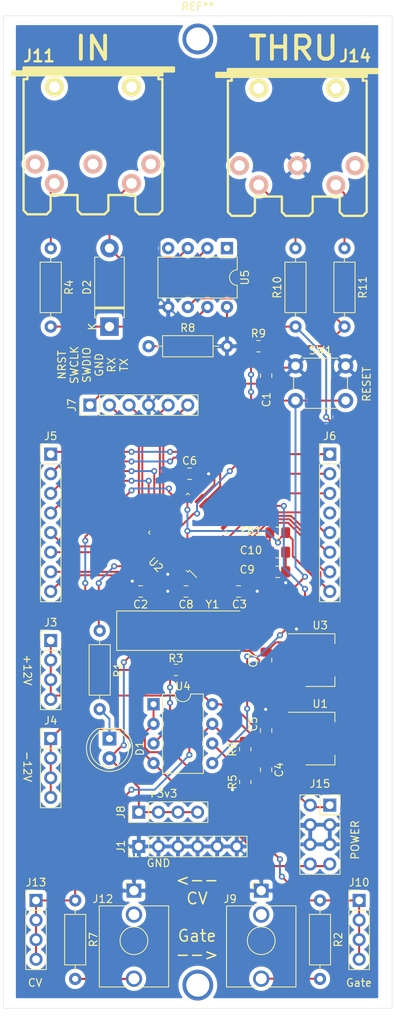
<source format=kicad_pcb>
(kicad_pcb (version 20171130) (host pcbnew 5.1.8-5.1.8)
  (layers (0 F.Cu signal) (31 B.Cu signal) (34 B.Paste user) (35 F.Paste user) (36 B.SilkS user) (37 F.SilkS user) (38 B.Mask user) (39 F.Mask user) (44 Edge.Cuts user))
  (net 0 "")
  (net 1 GND)
  (net 2 /NRST)
  (net 3 "Net-(C2-Pad1)")
  (net 4 "Net-(C3-Pad1)")
  (net 5 +12V)
  (net 6 +5V)
  (net 7 +3V3)
  (net 8 /VDDA)
  (net 9 "Net-(D1-Pad1)")
  (net 10 "Net-(D2-Pad1)")
  (net 11 "Net-(D2-Pad2)")
  (net 12 -12V)
  (net 13 /PB0)
  (net 14 /PB1)
  (net 15 /PA11)
  (net 16 /PA12)
  (net 17 /PA15)
  (net 18 /PB3)
  (net 19 /PB6)
  (net 20 /PB7)
  (net 21 "Net-(J6-Pad8)")
  (net 22 "Net-(J6-Pad7)")
  (net 23 "Net-(J6-Pad6)")
  (net 24 "Net-(J6-Pad5)")
  (net 25 "Net-(J6-Pad4)")
  (net 26 "Net-(J6-Pad3)")
  (net 27 "Net-(J6-Pad2)")
  (net 28 "Net-(J6-Pad1)")
  (net 29 "Net-(J7-Pad2)")
  (net 30 "Net-(J7-Pad3)")
  (net 31 /UART1_TX)
  (net 32 /UART1_RX)
  (net 33 "Net-(J9-PadT)")
  (net 34 "Net-(J10-Pad1)")
  (net 35 "Net-(J11-Pad1)")
  (net 36 "Net-(J11-Pad2)")
  (net 37 "Net-(J11-Pad4)")
  (net 38 "Net-(J11-Pad3)")
  (net 39 "Net-(J12-PadT)")
  (net 40 "Net-(J13-Pad1)")
  (net 41 "Net-(J14-Pad3)")
  (net 42 "Net-(J14-Pad4)")
  (net 43 "Net-(J14-Pad1)")
  (net 44 "Net-(J14-Pad5)")
  (net 45 "Net-(R1-Pad1)")
  (net 46 /GATE)
  (net 47 "Net-(R5-Pad2)")
  (net 48 "Net-(R8-Pad1)")
  (net 49 /UART2_RX)
  (net 50 /DAC)
  (net 51 "Net-(U5-Pad1)")
  (net 52 "Net-(U5-Pad4)")
  (module MountingHole:MountingHole_3.2mm_M3_Pad (layer F.Cu) (at 115.6 28.8)
    (fp_text reference REF** (at 0 -4.2) (layer F.SilkS))
    (fp_text value MountingHole_3.2mm_M3_Pad)
    (pad 1 thru_hole circle (at 0 0) (size 4 4) (drill 3) (layers *.Cu *.Mask))
  )
  (module MountingHole:MountingHole_3.2mm_M3_Pad (layer F.Cu) (at 115.6 151.3)
    (fp_text reference REF** hide)
    (fp_text value MountingHole_3.2mm_M3_Pad)
    (pad 1 thru_hole circle (at 0 0) (size 4 4) (drill 3) (layers *.Cu *.Mask))
  )
  (module Capacitor_SMD:C_0805_2012Metric_Pad1.18x1.45mm_HandSolder (layer F.Cu) (at 124.46 72.39 90)
    (fp_text reference C1 (at -3.11 0.04 90) (layer F.SilkS))
    (fp_text value 100n)
    (pad 2 smd roundrect (at 1.0375 0 90) (size 1.175 1.45) (layers F.Cu F.Paste F.Mask) (roundrect_rratio 0.212766) (net 1 GND))
    (pad 1 smd roundrect (at -1.0375 0 90) (size 1.175 1.45) (layers F.Cu F.Paste F.Mask) (roundrect_rratio 0.212766) (net 2 /NRST))
  )
  (module Capacitor_SMD:C_0805_2012Metric_Pad1.18x1.45mm_HandSolder (layer F.Cu) (at 108.1825 100.33 180)
    (fp_text reference C2 (at 0 -1.68) (layer F.SilkS))
    (fp_text value 20p)
    (pad 1 smd roundrect (at -1.0375 0 180) (size 1.175 1.45) (layers F.Cu F.Paste F.Mask) (roundrect_rratio 0.212766) (net 3 "Net-(C2-Pad1)"))
    (pad 2 smd roundrect (at 1.0375 0 180) (size 1.175 1.45) (layers F.Cu F.Paste F.Mask) (roundrect_rratio 0.212766) (net 1 GND))
  )
  (module Capacitor_SMD:C_0805_2012Metric_Pad1.18x1.45mm_HandSolder (layer F.Cu) (at 120.8825 100.33)
    (fp_text reference C3 (at 0.1175 1.67) (layer F.SilkS))
    (fp_text value 20p)
    (pad 2 smd roundrect (at 1.0375 0) (size 1.175 1.45) (layers F.Cu F.Paste F.Mask) (roundrect_rratio 0.212766) (net 1 GND))
    (pad 1 smd roundrect (at -1.0375 0) (size 1.175 1.45) (layers F.Cu F.Paste F.Mask) (roundrect_rratio 0.212766) (net 4 "Net-(C3-Pad1)"))
  )
  (module Capacitor_SMD:C_0805_2012Metric_Pad1.18x1.45mm_HandSolder (layer F.Cu) (at 124.46 123.4225 270)
    (fp_text reference C4 (at 0 -1.68 90) (layer F.SilkS))
    (fp_text value 0.33u)
    (pad 1 smd roundrect (at -1.0375 0 270) (size 1.175 1.45) (layers F.Cu F.Paste F.Mask) (roundrect_rratio 0.212766) (net 5 +12V))
    (pad 2 smd roundrect (at 1.0375 0 270) (size 1.175 1.45) (layers F.Cu F.Paste F.Mask) (roundrect_rratio 0.212766) (net 1 GND))
  )
  (module Capacitor_SMD:C_0805_2012Metric_Pad1.18x1.45mm_HandSolder (layer F.Cu) (at 124.46 118.3425 90)
    (fp_text reference C5 (at 0.8425 -1.68 90) (layer F.SilkS))
    (fp_text value 0.1u)
    (pad 2 smd roundrect (at 1.0375 0 90) (size 1.175 1.45) (layers F.Cu F.Paste F.Mask) (roundrect_rratio 0.212766) (net 1 GND))
    (pad 1 smd roundrect (at -1.0375 0 90) (size 1.175 1.45) (layers F.Cu F.Paste F.Mask) (roundrect_rratio 0.212766) (net 6 +5V))
  )
  (module Capacitor_SMD:C_0805_2012Metric_Pad1.18x1.45mm_HandSolder (layer F.Cu) (at 114.5325 85.09)
    (fp_text reference C6 (at 0 -1.68) (layer F.SilkS))
    (fp_text value 100n)
    (pad 1 smd roundrect (at -1.0375 0) (size 1.175 1.45) (layers F.Cu F.Paste F.Mask) (roundrect_rratio 0.212766) (net 7 +3V3))
    (pad 2 smd roundrect (at 1.0375 0) (size 1.175 1.45) (layers F.Cu F.Paste F.Mask) (roundrect_rratio 0.212766) (net 1 GND))
  )
  (module Capacitor_SMD:C_0805_2012Metric_Pad1.18x1.45mm_HandSolder (layer F.Cu) (at 124.46 109.22 90)
    (fp_text reference C7 (at 0 -1.68 90) (layer F.SilkS))
    (fp_text value 0.1u)
    (pad 1 smd roundrect (at -1.0375 0 90) (size 1.175 1.45) (layers F.Cu F.Paste F.Mask) (roundrect_rratio 0.212766) (net 7 +3V3))
    (pad 2 smd roundrect (at 1.0375 0 90) (size 1.175 1.45) (layers F.Cu F.Paste F.Mask) (roundrect_rratio 0.212766) (net 1 GND))
  )
  (module Capacitor_SMD:C_0805_2012Metric_Pad1.18x1.45mm_HandSolder (layer F.Cu) (at 114.0675 100.33 180)
    (fp_text reference C8 (at 0 -1.68) (layer F.SilkS))
    (fp_text value 100n)
    (pad 2 smd roundrect (at 1.0375 0 180) (size 1.175 1.45) (layers F.Cu F.Paste F.Mask) (roundrect_rratio 0.212766) (net 1 GND))
    (pad 1 smd roundrect (at -1.0375 0 180) (size 1.175 1.45) (layers F.Cu F.Paste F.Mask) (roundrect_rratio 0.212766) (net 7 +3V3))
  )
  (module Capacitor_SMD:C_0805_2012Metric_Pad1.18x1.45mm_HandSolder (layer F.Cu) (at 125.9625 97.79)
    (fp_text reference C9 (at -3.9625 -0.29) (layer F.SilkS))
    (fp_text value 10n)
    (pad 1 smd roundrect (at -1.0375 0) (size 1.175 1.45) (layers F.Cu F.Paste F.Mask) (roundrect_rratio 0.212766) (net 8 /VDDA))
    (pad 2 smd roundrect (at 1.0375 0) (size 1.175 1.45) (layers F.Cu F.Paste F.Mask) (roundrect_rratio 0.212766) (net 1 GND))
  )
  (module Capacitor_SMD:C_0805_2012Metric_Pad1.18x1.45mm_HandSolder (layer F.Cu) (at 125.9625 95.25)
    (fp_text reference C10 (at -3.4625 -0.25) (layer F.SilkS))
    (fp_text value 1u)
    (pad 2 smd roundrect (at 1.0375 0) (size 1.175 1.45) (layers F.Cu F.Paste F.Mask) (roundrect_rratio 0.212766) (net 1 GND))
    (pad 1 smd roundrect (at -1.0375 0) (size 1.175 1.45) (layers F.Cu F.Paste F.Mask) (roundrect_rratio 0.212766) (net 8 /VDDA))
  )
  (module LED_THT:LED_D5.0mm (layer F.Cu) (at 104.14 119.38 270)
    (fp_text reference D1 (at 1.27 -3.96 90) (layer F.SilkS))
    (fp_text value LED)
    (pad 1 thru_hole rect (at 0 0 270) (size 1.8 1.8) (drill 0.9) (layers *.Cu *.Mask) (net 9 "Net-(D1-Pad1)"))
    (pad 2 thru_hole circle (at 2.54 0 270) (size 1.8 1.8) (drill 0.9) (layers *.Cu *.Mask) (net 7 +3V3))
  )
  (module Diode_THT:D_DO-15_P10.16mm_Horizontal (layer F.Cu) (at 104.14 66.04 90)
    (fp_text reference D2 (at 5.08 -2.92 90) (layer F.SilkS))
    (fp_text value D)
    (fp_text user K (at 0 -2.2 90) (layer F.SilkS))
    (pad 1 thru_hole rect (at 0 0 90) (size 2.4 2.4) (drill 1.2) (layers *.Cu *.Mask) (net 10 "Net-(D2-Pad1)"))
    (pad 2 thru_hole oval (at 10.16 0 90) (size 2.4 2.4) (drill 1.2) (layers *.Cu *.Mask) (net 11 "Net-(D2-Pad2)"))
  )
  (module Inductor_SMD:L_0805_2012Metric_Pad1.15x1.40mm_HandSolder (layer F.Cu) (at 125.975 92.71)
    (fp_text reference FB1 (at -3.475 -0.21) (layer F.SilkS))
    (fp_text value Ferrite_Bead_Small)
    (pad 1 smd roundrect (at -1.025 0) (size 1.15 1.4) (layers F.Cu F.Paste F.Mask) (roundrect_rratio 0.217391) (net 8 /VDDA))
    (pad 2 smd roundrect (at 1.025 0) (size 1.15 1.4) (layers F.Cu F.Paste F.Mask) (roundrect_rratio 0.217391) (net 7 +3V3))
  )
  (module Connector_PinHeader_2.54mm:PinHeader_1x06_P2.54mm_Vertical (layer F.Cu) (at 107.95 133.35 90)
    (fp_text reference J1 (at 0 -2.33 90) (layer F.SilkS))
    (fp_text value Conn_01x06)
    (pad 6 thru_hole oval (at 0 12.7 90) (size 1.7 1.7) (drill 1) (layers *.Cu *.Mask) (net 1 GND))
    (pad 5 thru_hole oval (at 0 10.16 90) (size 1.7 1.7) (drill 1) (layers *.Cu *.Mask) (net 1 GND))
    (pad 4 thru_hole oval (at 0 7.62 90) (size 1.7 1.7) (drill 1) (layers *.Cu *.Mask) (net 1 GND))
    (pad 3 thru_hole oval (at 0 5.08 90) (size 1.7 1.7) (drill 1) (layers *.Cu *.Mask) (net 1 GND))
    (pad 2 thru_hole oval (at 0 2.54 90) (size 1.7 1.7) (drill 1) (layers *.Cu *.Mask) (net 1 GND))
    (pad 1 thru_hole rect (at 0 0 90) (size 1.7 1.7) (drill 1) (layers *.Cu *.Mask) (net 1 GND))
  )
  (module Connector_PinHeader_2.54mm:PinHeader_1x04_P2.54mm_Vertical (layer F.Cu) (at 96.52 106.68)
    (fp_text reference J3 (at 0 -2.33) (layer F.SilkS))
    (fp_text value Conn_01x04)
    (pad 1 thru_hole rect (at 0 0) (size 1.7 1.7) (drill 1) (layers *.Cu *.Mask) (net 5 +12V))
    (pad 2 thru_hole oval (at 0 2.54) (size 1.7 1.7) (drill 1) (layers *.Cu *.Mask) (net 5 +12V))
    (pad 3 thru_hole oval (at 0 5.08) (size 1.7 1.7) (drill 1) (layers *.Cu *.Mask) (net 5 +12V))
    (pad 4 thru_hole oval (at 0 7.62) (size 1.7 1.7) (drill 1) (layers *.Cu *.Mask) (net 5 +12V))
  )
  (module Connector_PinHeader_2.54mm:PinHeader_1x04_P2.54mm_Vertical (layer F.Cu) (at 96.52 119.38)
    (fp_text reference J4 (at 0 -2.33) (layer F.SilkS))
    (fp_text value Conn_01x04)
    (pad 4 thru_hole oval (at 0 7.62) (size 1.7 1.7) (drill 1) (layers *.Cu *.Mask) (net 12 -12V))
    (pad 3 thru_hole oval (at 0 5.08) (size 1.7 1.7) (drill 1) (layers *.Cu *.Mask) (net 12 -12V))
    (pad 2 thru_hole oval (at 0 2.54) (size 1.7 1.7) (drill 1) (layers *.Cu *.Mask) (net 12 -12V))
    (pad 1 thru_hole rect (at 0 0) (size 1.7 1.7) (drill 1) (layers *.Cu *.Mask) (net 12 -12V))
  )
  (module Connector_PinHeader_2.54mm:PinHeader_1x08_P2.54mm_Vertical (layer F.Cu) (at 96.52 82.55)
    (fp_text reference J5 (at 0 -2.33) (layer F.SilkS))
    (fp_text value Conn_01x08)
    (pad 1 thru_hole rect (at 0 0) (size 1.7 1.7) (drill 1) (layers *.Cu *.Mask) (net 13 /PB0))
    (pad 2 thru_hole oval (at 0 2.54) (size 1.7 1.7) (drill 1) (layers *.Cu *.Mask) (net 14 /PB1))
    (pad 3 thru_hole oval (at 0 5.08) (size 1.7 1.7) (drill 1) (layers *.Cu *.Mask) (net 15 /PA11))
    (pad 4 thru_hole oval (at 0 7.62) (size 1.7 1.7) (drill 1) (layers *.Cu *.Mask) (net 16 /PA12))
    (pad 5 thru_hole oval (at 0 10.16) (size 1.7 1.7) (drill 1) (layers *.Cu *.Mask) (net 17 /PA15))
    (pad 6 thru_hole oval (at 0 12.7) (size 1.7 1.7) (drill 1) (layers *.Cu *.Mask) (net 18 /PB3))
    (pad 7 thru_hole oval (at 0 15.24) (size 1.7 1.7) (drill 1) (layers *.Cu *.Mask) (net 19 /PB6))
    (pad 8 thru_hole oval (at 0 17.78) (size 1.7 1.7) (drill 1) (layers *.Cu *.Mask) (net 20 /PB7))
  )
  (module Connector_PinHeader_2.54mm:PinHeader_1x08_P2.54mm_Vertical (layer F.Cu) (at 132.715 82.55)
    (fp_text reference J6 (at 0 -2.33) (layer F.SilkS))
    (fp_text value Conn_01x08)
    (pad 8 thru_hole oval (at 0 17.78) (size 1.7 1.7) (drill 1) (layers *.Cu *.Mask) (net 21 "Net-(J6-Pad8)"))
    (pad 7 thru_hole oval (at 0 15.24) (size 1.7 1.7) (drill 1) (layers *.Cu *.Mask) (net 22 "Net-(J6-Pad7)"))
    (pad 6 thru_hole oval (at 0 12.7) (size 1.7 1.7) (drill 1) (layers *.Cu *.Mask) (net 23 "Net-(J6-Pad6)"))
    (pad 5 thru_hole oval (at 0 10.16) (size 1.7 1.7) (drill 1) (layers *.Cu *.Mask) (net 24 "Net-(J6-Pad5)"))
    (pad 4 thru_hole oval (at 0 7.62) (size 1.7 1.7) (drill 1) (layers *.Cu *.Mask) (net 25 "Net-(J6-Pad4)"))
    (pad 3 thru_hole oval (at 0 5.08) (size 1.7 1.7) (drill 1) (layers *.Cu *.Mask) (net 26 "Net-(J6-Pad3)"))
    (pad 2 thru_hole oval (at 0 2.54) (size 1.7 1.7) (drill 1) (layers *.Cu *.Mask) (net 27 "Net-(J6-Pad2)"))
    (pad 1 thru_hole rect (at 0 0) (size 1.7 1.7) (drill 1) (layers *.Cu *.Mask) (net 28 "Net-(J6-Pad1)"))
  )
  (module Connector_PinHeader_2.54mm:PinHeader_1x06_P2.54mm_Vertical (layer F.Cu) (at 101.6 76.2 90)
    (fp_text reference J7 (at 0 -2.33 90) (layer F.SilkS))
    (fp_text value Conn_01x06)
    (pad 1 thru_hole rect (at 0 0 90) (size 1.7 1.7) (drill 1) (layers *.Cu *.Mask) (net 2 /NRST))
    (pad 2 thru_hole oval (at 0 2.54 90) (size 1.7 1.7) (drill 1) (layers *.Cu *.Mask) (net 29 "Net-(J7-Pad2)"))
    (pad 3 thru_hole oval (at 0 5.08 90) (size 1.7 1.7) (drill 1) (layers *.Cu *.Mask) (net 30 "Net-(J7-Pad3)"))
    (pad 4 thru_hole oval (at 0 7.62 90) (size 1.7 1.7) (drill 1) (layers *.Cu *.Mask) (net 1 GND))
    (pad 5 thru_hole oval (at 0 10.16 90) (size 1.7 1.7) (drill 1) (layers *.Cu *.Mask) (net 32 /UART1_RX))
    (pad 6 thru_hole oval (at 0 12.7 90) (size 1.7 1.7) (drill 1) (layers *.Cu *.Mask) (net 31 /UART1_TX))
  )
  (module Connector_PinHeader_2.54mm:PinHeader_1x04_P2.54mm_Vertical (layer F.Cu) (at 107.95 128.905 90)
    (fp_text reference J8 (at 0 -2.33 90) (layer F.SilkS))
    (fp_text value Conn_01x04)
    (pad 1 thru_hole rect (at 0 0 90) (size 1.7 1.7) (drill 1) (layers *.Cu *.Mask) (net 7 +3V3))
    (pad 2 thru_hole oval (at 0 2.54 90) (size 1.7 1.7) (drill 1) (layers *.Cu *.Mask) (net 7 +3V3))
    (pad 3 thru_hole oval (at 0 5.08 90) (size 1.7 1.7) (drill 1) (layers *.Cu *.Mask) (net 7 +3V3))
    (pad 4 thru_hole oval (at 0 7.62 90) (size 1.7 1.7) (drill 1) (layers *.Cu *.Mask) (net 7 +3V3))
  )
  (module Connector_Audio:Jack_3.5mm_QingPu_WQP-PJ398SM_Vertical_CircularHoles (layer F.Cu) (at 123.825 139.065)
    (fp_text reference J9 (at -4.03 1.08 180) (layer F.SilkS))
    (fp_text value AudioJack2)
    (pad T thru_hole circle (at 0 11.4 180) (size 2.13 2.13) (drill 1.43) (layers *.Cu *.Mask) (net 33 "Net-(J9-PadT)"))
    (pad S thru_hole rect (at 0 0 180) (size 1.93 1.83) (drill 1.22) (layers *.Cu *.Mask) (net 1 GND))
    (pad TN thru_hole circle (at 0 3.1 180) (size 2.13 2.13) (drill 1.42) (layers *.Cu *.Mask))
  )
  (module Connector_PinHeader_2.54mm:PinHeader_1x04_P2.54mm_Vertical (layer F.Cu) (at 136.525 140.335)
    (fp_text reference J10 (at 0 -2.33) (layer F.SilkS))
    (fp_text value Conn_01x04)
    (pad 4 thru_hole oval (at 0 7.62) (size 1.7 1.7) (drill 1) (layers *.Cu *.Mask) (net 34 "Net-(J10-Pad1)"))
    (pad 3 thru_hole oval (at 0 5.08) (size 1.7 1.7) (drill 1) (layers *.Cu *.Mask) (net 34 "Net-(J10-Pad1)"))
    (pad 2 thru_hole oval (at 0 2.54) (size 1.7 1.7) (drill 1) (layers *.Cu *.Mask) (net 34 "Net-(J10-Pad1)"))
    (pad 1 thru_hole rect (at 0 0) (size 1.7 1.7) (drill 1) (layers *.Cu *.Mask) (net 34 "Net-(J10-Pad1)"))
  )
  (module Eurocad:MIDI_DIN5 (layer F.Cu) (at 102 42 180)
    (fp_text reference J11 (at 7 11.00074) (layer F.SilkS) (effects (font (size 1.524 1.524) (thickness 0.3048))))
    (fp_text value DIN-5_180degree hide)
    (pad "" np_thru_hole circle (at -5.00126 6.9977 180) (size 2.49936 2.49936) (drill 1.397) (layers *.Cu *.Mask F.SilkS))
    (pad "" np_thru_hole circle (at 5.00126 6.9977 180) (size 2.49936 2.49936) (drill 1.397) (layers *.Cu *.Mask F.SilkS))
    (pad 5 thru_hole circle (at -4.99618 -5.4991 180) (size 2.49936 2.49936) (drill 1.397) (layers *.Cu *.SilkS *.Mask) (net 11 "Net-(D2-Pad2)"))
    (pad 1 thru_hole circle (at 7.49808 -2.9972 180) (size 2.49936 2.49936) (drill 1.397) (layers *.Cu *.SilkS *.Mask) (net 35 "Net-(J11-Pad1)"))
    (pad 2 thru_hole circle (at 0 -2.99974 180) (size 2.49936 2.49936) (drill 1.397) (layers *.Cu *.SilkS *.Mask) (net 36 "Net-(J11-Pad2)"))
    (pad 4 thru_hole circle (at 4.99618 -5.4991 180) (size 2.49936 2.49936) (drill 1.397) (layers *.Cu *.SilkS *.Mask) (net 37 "Net-(J11-Pad4)"))
    (pad 3 thru_hole circle (at -7.49808 -2.9972 180) (size 2.49936 2.49936) (drill 1.397) (layers *.Cu *.SilkS *.Mask) (net 38 "Net-(J11-Pad3)"))
  )
  (module Connector_Audio:Jack_3.5mm_QingPu_WQP-PJ398SM_Vertical_CircularHoles (layer F.Cu) (at 107.315 139.065)
    (fp_text reference J12 (at -4.03 1.08 180) (layer F.SilkS))
    (fp_text value AudioJack2)
    (pad TN thru_hole circle (at 0 3.1 180) (size 2.13 2.13) (drill 1.42) (layers *.Cu *.Mask))
    (pad S thru_hole rect (at 0 0 180) (size 1.93 1.83) (drill 1.22) (layers *.Cu *.Mask) (net 1 GND))
    (pad T thru_hole circle (at 0 11.4 180) (size 2.13 2.13) (drill 1.43) (layers *.Cu *.Mask) (net 39 "Net-(J12-PadT)"))
  )
  (module Connector_PinHeader_2.54mm:PinHeader_1x04_P2.54mm_Vertical (layer F.Cu) (at 94.615 140.335)
    (fp_text reference J13 (at 0 -2.33) (layer F.SilkS))
    (fp_text value Conn_01x04)
    (pad 1 thru_hole rect (at 0 0) (size 1.7 1.7) (drill 1) (layers *.Cu *.Mask) (net 40 "Net-(J13-Pad1)"))
    (pad 2 thru_hole oval (at 0 2.54) (size 1.7 1.7) (drill 1) (layers *.Cu *.Mask) (net 40 "Net-(J13-Pad1)"))
    (pad 3 thru_hole oval (at 0 5.08) (size 1.7 1.7) (drill 1) (layers *.Cu *.Mask) (net 40 "Net-(J13-Pad1)"))
    (pad 4 thru_hole oval (at 0 7.62) (size 1.7 1.7) (drill 1) (layers *.Cu *.Mask) (net 40 "Net-(J13-Pad1)"))
  )
  (module Eurocad:MIDI_DIN5 (layer F.Cu) (at 128.5 42.2 180)
    (fp_text reference J14 (at -7.5 11.2) (layer F.SilkS) (effects (font (size 1.524 1.524) (thickness 0.3048))))
    (fp_text value DIN-5_180degree hide)
    (pad 3 thru_hole circle (at -7.49808 -2.9972 180) (size 2.49936 2.49936) (drill 1.397) (layers *.Cu *.SilkS *.Mask) (net 41 "Net-(J14-Pad3)"))
    (pad 4 thru_hole circle (at 4.99618 -5.4991 180) (size 2.49936 2.49936) (drill 1.397) (layers *.Cu *.SilkS *.Mask) (net 42 "Net-(J14-Pad4)"))
    (pad 2 thru_hole circle (at 0 -2.99974 180) (size 2.49936 2.49936) (drill 1.397) (layers *.Cu *.SilkS *.Mask) (net 1 GND))
    (pad 1 thru_hole circle (at 7.49808 -2.9972 180) (size 2.49936 2.49936) (drill 1.397) (layers *.Cu *.SilkS *.Mask) (net 43 "Net-(J14-Pad1)"))
    (pad 5 thru_hole circle (at -4.99618 -5.4991 180) (size 2.49936 2.49936) (drill 1.397) (layers *.Cu *.SilkS *.Mask) (net 44 "Net-(J14-Pad5)"))
    (pad "" np_thru_hole circle (at 5.00126 6.9977 180) (size 2.49936 2.49936) (drill 1.397) (layers *.Cu *.Mask F.SilkS))
    (pad "" np_thru_hole circle (at -5.00126 6.9977 180) (size 2.49936 2.49936) (drill 1.397) (layers *.Cu *.Mask F.SilkS))
  )
  (module Connector_PinSocket_2.54mm:PinSocket_2x04_P2.54mm_Vertical (layer F.Cu) (at 132.715 128)
    (fp_text reference J15 (at -1.27 -2.77) (layer F.SilkS))
    (fp_text value Conn_02x04_Odd_Even)
    (pad 1 thru_hole rect (at 0 0) (size 1.7 1.7) (drill 1) (layers *.Cu *.Mask) (net 5 +12V))
    (pad 2 thru_hole oval (at -2.54 0) (size 1.7 1.7) (drill 1) (layers *.Cu *.Mask) (net 5 +12V))
    (pad 3 thru_hole oval (at 0 2.54) (size 1.7 1.7) (drill 1) (layers *.Cu *.Mask) (net 1 GND))
    (pad 4 thru_hole oval (at -2.54 2.54) (size 1.7 1.7) (drill 1) (layers *.Cu *.Mask) (net 1 GND))
    (pad 5 thru_hole oval (at 0 5.08) (size 1.7 1.7) (drill 1) (layers *.Cu *.Mask) (net 1 GND))
    (pad 6 thru_hole oval (at -2.54 5.08) (size 1.7 1.7) (drill 1) (layers *.Cu *.Mask) (net 1 GND))
    (pad 7 thru_hole oval (at 0 7.62) (size 1.7 1.7) (drill 1) (layers *.Cu *.Mask) (net 12 -12V))
    (pad 8 thru_hole oval (at -2.54 7.62) (size 1.7 1.7) (drill 1) (layers *.Cu *.Mask) (net 12 -12V))
  )
  (module Resistor_THT:R_Axial_DIN0207_L6.3mm_D2.5mm_P10.16mm_Horizontal (layer F.Cu) (at 102.87 105.41 270)
    (fp_text reference R1 (at 5.08 -2.37 90) (layer F.SilkS))
    (fp_text value 220)
    (pad 1 thru_hole circle (at 0 0 270) (size 1.6 1.6) (drill 0.8) (layers *.Cu *.Mask) (net 45 "Net-(R1-Pad1)"))
    (pad 2 thru_hole oval (at 10.16 0 270) (size 1.6 1.6) (drill 0.8) (layers *.Cu *.Mask) (net 9 "Net-(D1-Pad1)"))
  )
  (module Resistor_THT:R_Axial_DIN0207_L6.3mm_D2.5mm_P10.16mm_Horizontal (layer F.Cu) (at 131.445 140.335 270)
    (fp_text reference R2 (at 5.08 -2.37 90) (layer F.SilkS))
    (fp_text value 100)
    (pad 1 thru_hole circle (at 0 0 270) (size 1.6 1.6) (drill 0.8) (layers *.Cu *.Mask) (net 34 "Net-(J10-Pad1)"))
    (pad 2 thru_hole oval (at 10.16 0 270) (size 1.6 1.6) (drill 0.8) (layers *.Cu *.Mask) (net 33 "Net-(J9-PadT)"))
  )
  (module Resistor_SMD:R_0805_2012Metric_Pad1.20x1.40mm_HandSolder (layer F.Cu) (at 112.76 110.49 180)
    (fp_text reference R3 (at 0 1.49) (layer F.SilkS))
    (fp_text value 10k)
    (pad 1 smd roundrect (at -1 0 180) (size 1.2 1.4) (layers F.Cu F.Paste F.Mask) (roundrect_rratio 0.208333) (net 6 +5V))
    (pad 2 smd roundrect (at 1 0 180) (size 1.2 1.4) (layers F.Cu F.Paste F.Mask) (roundrect_rratio 0.208333) (net 46 /GATE))
  )
  (module Resistor_THT:R_Axial_DIN0207_L6.3mm_D2.5mm_P10.16mm_Horizontal (layer F.Cu) (at 96.52 55.88 270)
    (fp_text reference R4 (at 5.08 -2.37 90) (layer F.SilkS))
    (fp_text value 220)
    (pad 2 thru_hole oval (at 10.16 0 270) (size 1.6 1.6) (drill 0.8) (layers *.Cu *.Mask) (net 10 "Net-(D2-Pad1)"))
    (pad 1 thru_hole circle (at 0 0 270) (size 1.6 1.6) (drill 0.8) (layers *.Cu *.Mask) (net 37 "Net-(J11-Pad4)"))
  )
  (module Resistor_SMD:R_0805_2012Metric_Pad1.20x1.40mm_HandSolder (layer F.Cu) (at 121.75 125 90)
    (fp_text reference R5 (at 0 -1.65 90) (layer F.SilkS))
    (fp_text value 1k)
    (pad 2 smd roundrect (at 1 0 90) (size 1.2 1.4) (layers F.Cu F.Paste F.Mask) (roundrect_rratio 0.208333) (net 47 "Net-(R5-Pad2)"))
    (pad 1 smd roundrect (at -1 0 90) (size 1.2 1.4) (layers F.Cu F.Paste F.Mask) (roundrect_rratio 0.208333) (net 1 GND))
  )
  (module Resistor_SMD:R_0805_2012Metric_Pad1.20x1.40mm_HandSolder (layer F.Cu) (at 121.75 120.75 90)
    (fp_text reference R6 (at 0 -1.65 90) (layer F.SilkS))
    (fp_text value 1k)
    (pad 1 smd roundrect (at -1 0 90) (size 1.2 1.4) (layers F.Cu F.Paste F.Mask) (roundrect_rratio 0.208333) (net 47 "Net-(R5-Pad2)"))
    (pad 2 smd roundrect (at 1 0 90) (size 1.2 1.4) (layers F.Cu F.Paste F.Mask) (roundrect_rratio 0.208333) (net 40 "Net-(J13-Pad1)"))
  )
  (module Resistor_THT:R_Axial_DIN0207_L6.3mm_D2.5mm_P10.16mm_Horizontal (layer F.Cu) (at 99.695 140.335 270)
    (fp_text reference R7 (at 5.08 -2.37 90) (layer F.SilkS))
    (fp_text value 100)
    (pad 2 thru_hole oval (at 10.16 0 270) (size 1.6 1.6) (drill 0.8) (layers *.Cu *.Mask) (net 39 "Net-(J12-PadT)"))
    (pad 1 thru_hole circle (at 0 0 270) (size 1.6 1.6) (drill 0.8) (layers *.Cu *.Mask) (net 40 "Net-(J13-Pad1)"))
  )
  (module Resistor_THT:R_Axial_DIN0207_L6.3mm_D2.5mm_P10.16mm_Horizontal (layer F.Cu) (at 109.22 68.58)
    (fp_text reference R8 (at 5.08 -2.37) (layer F.SilkS))
    (fp_text value 1k5)
    (pad 2 thru_hole oval (at 10.16 0) (size 1.6 1.6) (drill 0.8) (layers *.Cu *.Mask) (net 1 GND))
    (pad 1 thru_hole circle (at 0 0) (size 1.6 1.6) (drill 0.8) (layers *.Cu *.Mask) (net 48 "Net-(R8-Pad1)"))
  )
  (module Resistor_SMD:R_0805_2012Metric_Pad1.20x1.40mm_HandSolder (layer F.Cu) (at 123.46 68.58)
    (fp_text reference R9 (at 0 -1.65) (layer F.SilkS))
    (fp_text value 1k)
    (pad 2 smd roundrect (at 1 0) (size 1.2 1.4) (layers F.Cu F.Paste F.Mask) (roundrect_rratio 0.208333) (net 49 /UART2_RX))
    (pad 1 smd roundrect (at -1 0) (size 1.2 1.4) (layers F.Cu F.Paste F.Mask) (roundrect_rratio 0.208333) (net 6 +5V))
  )
  (module Resistor_THT:R_Axial_DIN0207_L6.3mm_D2.5mm_P10.16mm_Horizontal (layer F.Cu) (at 128.27 66.04 90)
    (fp_text reference R10 (at 5.08 -2.37 90) (layer F.SilkS))
    (fp_text value 220)
    (pad 1 thru_hole circle (at 0 0 90) (size 1.6 1.6) (drill 0.8) (layers *.Cu *.Mask) (net 6 +5V))
    (pad 2 thru_hole oval (at 10.16 0 90) (size 1.6 1.6) (drill 0.8) (layers *.Cu *.Mask) (net 42 "Net-(J14-Pad4)"))
  )
  (module Resistor_THT:R_Axial_DIN0207_L6.3mm_D2.5mm_P10.16mm_Horizontal (layer F.Cu) (at 134.62 55.88 270)
    (fp_text reference R11 (at 5.08 -2.37 90) (layer F.SilkS))
    (fp_text value 220)
    (pad 1 thru_hole circle (at 0 0 270) (size 1.6 1.6) (drill 0.8) (layers *.Cu *.Mask) (net 44 "Net-(J14-Pad5)"))
    (pad 2 thru_hole oval (at 10.16 0 270) (size 1.6 1.6) (drill 0.8) (layers *.Cu *.Mask) (net 49 /UART2_RX))
  )
  (module Button_Switch_THT:SW_PUSH_6mm (layer F.Cu) (at 128.27 71.12)
    (fp_text reference SW1 (at 3.25 -2) (layer F.SilkS))
    (fp_text value SW_Push)
    (pad 2 thru_hole circle (at 0 4.5 90) (size 2 2) (drill 1.1) (layers *.Cu *.Mask) (net 2 /NRST))
    (pad 1 thru_hole circle (at 0 0 90) (size 2 2) (drill 1.1) (layers *.Cu *.Mask) (net 1 GND))
    (pad 2 thru_hole circle (at 6.5 4.5 90) (size 2 2) (drill 1.1) (layers *.Cu *.Mask) (net 2 /NRST))
    (pad 1 thru_hole circle (at 6.5 0 90) (size 2 2) (drill 1.1) (layers *.Cu *.Mask) (net 1 GND))
  )
  (module Package_TO_SOT_SMD:SOT-223-3_TabPin2 (layer F.Cu) (at 131.47 119.38)
    (fp_text reference U1 (at 0 -4.5) (layer F.SilkS))
    (fp_text value AZ1117-5.0)
    (pad 1 smd rect (at -3.15 -2.3) (size 2 1.5) (layers F.Cu F.Paste F.Mask) (net 1 GND))
    (pad 3 smd rect (at -3.15 2.3) (size 2 1.5) (layers F.Cu F.Paste F.Mask) (net 5 +12V))
    (pad 2 smd rect (at -3.15 0) (size 2 1.5) (layers F.Cu F.Paste F.Mask) (net 6 +5V))
    (pad 2 smd rect (at 3.15 0) (size 2 3.8) (layers F.Cu F.Paste F.Mask) (net 6 +5V))
  )
  (module Package_QFP:LQFP-32_7x7mm_P0.8mm (layer F.Cu) (at 114.3 92.71 135)
    (fp_text reference U2 (at 0 -5.88 135) (layer F.SilkS))
    (fp_text value STM32F303K8Tx)
    (pad 1 smd roundrect (at -4.175 -2.8 135) (size 1.5 0.5) (layers F.Cu F.Paste F.Mask) (net 7 +3V3))
    (pad 2 smd roundrect (at -4.175 -2 135) (size 1.5 0.5) (layers F.Cu F.Paste F.Mask) (net 3 "Net-(C2-Pad1)"))
    (pad 3 smd roundrect (at -4.175 -1.2 135) (size 1.5 0.5) (layers F.Cu F.Paste F.Mask) (net 4 "Net-(C3-Pad1)"))
    (pad 4 smd roundrect (at -4.175 -0.4 135) (size 1.5 0.5) (layers F.Cu F.Paste F.Mask) (net 2 /NRST))
    (pad 5 smd roundrect (at -4.175 0.4 135) (size 1.5 0.5) (layers F.Cu F.Paste F.Mask) (net 8 /VDDA))
    (pad 6 smd roundrect (at -4.175 1.2 135) (size 1.5 0.5) (layers F.Cu F.Paste F.Mask) (net 21 "Net-(J6-Pad8)"))
    (pad 7 smd roundrect (at -4.175 2 135) (size 1.5 0.5) (layers F.Cu F.Paste F.Mask) (net 22 "Net-(J6-Pad7)"))
    (pad 8 smd roundrect (at -4.175 2.8 135) (size 1.5 0.5) (layers F.Cu F.Paste F.Mask) (net 23 "Net-(J6-Pad6)"))
    (pad 9 smd roundrect (at -2.8 4.175 135) (size 0.5 1.5) (layers F.Cu F.Paste F.Mask) (net 24 "Net-(J6-Pad5)"))
    (pad 10 smd roundrect (at -2 4.175 135) (size 0.5 1.5) (layers F.Cu F.Paste F.Mask) (net 50 /DAC))
    (pad 11 smd roundrect (at -1.2 4.175 135) (size 0.5 1.5) (layers F.Cu F.Paste F.Mask) (net 26 "Net-(J6-Pad3)"))
    (pad 12 smd roundrect (at -0.4 4.175 135) (size 0.5 1.5) (layers F.Cu F.Paste F.Mask) (net 27 "Net-(J6-Pad2)"))
    (pad 13 smd roundrect (at 0.4 4.175 135) (size 0.5 1.5) (layers F.Cu F.Paste F.Mask) (net 28 "Net-(J6-Pad1)"))
    (pad 14 smd roundrect (at 1.2 4.175 135) (size 0.5 1.5) (layers F.Cu F.Paste F.Mask) (net 13 /PB0))
    (pad 15 smd roundrect (at 2 4.175 135) (size 0.5 1.5) (layers F.Cu F.Paste F.Mask) (net 14 /PB1))
    (pad 16 smd roundrect (at 2.8 4.175 135) (size 0.5 1.5) (layers F.Cu F.Paste F.Mask) (net 1 GND))
    (pad 17 smd roundrect (at 4.175 2.8 135) (size 1.5 0.5) (layers F.Cu F.Paste F.Mask) (net 7 +3V3))
    (pad 18 smd roundrect (at 4.175 2 135) (size 1.5 0.5) (layers F.Cu F.Paste F.Mask) (net 46 /GATE))
    (pad 19 smd roundrect (at 4.175 1.2 135) (size 1.5 0.5) (layers F.Cu F.Paste F.Mask) (net 31 /UART1_TX))
    (pad 20 smd roundrect (at 4.175 0.4 135) (size 1.5 0.5) (layers F.Cu F.Paste F.Mask) (net 32 /UART1_RX))
    (pad 21 smd roundrect (at 4.175 -0.4 135) (size 1.5 0.5) (layers F.Cu F.Paste F.Mask) (net 15 /PA11))
    (pad 22 smd roundrect (at 4.175 -1.2 135) (size 1.5 0.5) (layers F.Cu F.Paste F.Mask) (net 16 /PA12))
    (pad 23 smd roundrect (at 4.175 -2 135) (size 1.5 0.5) (layers F.Cu F.Paste F.Mask) (net 30 "Net-(J7-Pad3)"))
    (pad 24 smd roundrect (at 4.175 -2.8 135) (size 1.5 0.5) (layers F.Cu F.Paste F.Mask) (net 29 "Net-(J7-Pad2)"))
    (pad 25 smd roundrect (at 2.8 -4.175 135) (size 0.5 1.5) (layers F.Cu F.Paste F.Mask) (net 17 /PA15))
    (pad 26 smd roundrect (at 2 -4.175 135) (size 0.5 1.5) (layers F.Cu F.Paste F.Mask) (net 18 /PB3))
    (pad 27 smd roundrect (at 1.2 -4.175 135) (size 0.5 1.5) (layers F.Cu F.Paste F.Mask) (net 49 /UART2_RX))
    (pad 28 smd roundrect (at 0.4 -4.175 135) (size 0.5 1.5) (layers F.Cu F.Paste F.Mask) (net 45 "Net-(R1-Pad1)"))
    (pad 29 smd roundrect (at -0.4 -4.175 135) (size 0.5 1.5) (layers F.Cu F.Paste F.Mask) (net 19 /PB6))
    (pad 30 smd roundrect (at -1.2 -4.175 135) (size 0.5 1.5) (layers F.Cu F.Paste F.Mask) (net 20 /PB7))
    (pad 31 smd roundrect (at -2 -4.175 135) (size 0.5 1.5) (layers F.Cu F.Paste F.Mask) (net 1 GND))
    (pad 32 smd roundrect (at -2.8 -4.175 135) (size 0.5 1.5) (layers F.Cu F.Paste F.Mask) (net 1 GND))
  )
  (module Package_TO_SOT_SMD:SOT-223-3_TabPin2 (layer F.Cu) (at 131.47 109.22)
    (fp_text reference U3 (at 0 -4.5) (layer F.SilkS))
    (fp_text value AZ1117-3.3)
    (pad 2 smd rect (at 3.15 0) (size 2 3.8) (layers F.Cu F.Paste F.Mask) (net 7 +3V3))
    (pad 2 smd rect (at -3.15 0) (size 2 1.5) (layers F.Cu F.Paste F.Mask) (net 7 +3V3))
    (pad 3 smd rect (at -3.15 2.3) (size 2 1.5) (layers F.Cu F.Paste F.Mask) (net 6 +5V))
    (pad 1 smd rect (at -3.15 -2.3) (size 2 1.5) (layers F.Cu F.Paste F.Mask) (net 1 GND))
  )
  (module Package_DIP:DIP-8_W7.62mm (layer F.Cu) (at 109.855 114.935)
    (fp_text reference U4 (at 3.81 -2.33) (layer F.SilkS))
    (fp_text value TL072)
    (pad 8 thru_hole oval (at 7.62 0) (size 1.6 1.6) (drill 0.8) (layers *.Cu *.Mask) (net 5 +12V))
    (pad 4 thru_hole oval (at 0 7.62) (size 1.6 1.6) (drill 0.8) (layers *.Cu *.Mask) (net 12 -12V))
    (pad 7 thru_hole oval (at 7.62 2.54) (size 1.6 1.6) (drill 0.8) (layers *.Cu *.Mask) (net 40 "Net-(J13-Pad1)"))
    (pad 3 thru_hole oval (at 0 5.08) (size 1.6 1.6) (drill 0.8) (layers *.Cu *.Mask) (net 46 /GATE))
    (pad 6 thru_hole oval (at 7.62 5.08) (size 1.6 1.6) (drill 0.8) (layers *.Cu *.Mask) (net 47 "Net-(R5-Pad2)"))
    (pad 2 thru_hole oval (at 0 2.54) (size 1.6 1.6) (drill 0.8) (layers *.Cu *.Mask) (net 34 "Net-(J10-Pad1)"))
    (pad 5 thru_hole oval (at 7.62 7.62) (size 1.6 1.6) (drill 0.8) (layers *.Cu *.Mask) (net 50 /DAC))
    (pad 1 thru_hole rect (at 0 0) (size 1.6 1.6) (drill 0.8) (layers *.Cu *.Mask) (net 34 "Net-(J10-Pad1)"))
  )
  (module Package_DIP:DIP-8_W7.62mm (layer F.Cu) (at 119.38 55.88 270)
    (fp_text reference U5 (at 3.81 -2.33 90) (layer F.SilkS))
    (fp_text value 6N138)
    (pad 1 thru_hole rect (at 0 0 270) (size 1.6 1.6) (drill 0.8) (layers *.Cu *.Mask) (net 51 "Net-(U5-Pad1)"))
    (pad 5 thru_hole oval (at 7.62 7.62 270) (size 1.6 1.6) (drill 0.8) (layers *.Cu *.Mask) (net 1 GND))
    (pad 2 thru_hole oval (at 0 2.54 270) (size 1.6 1.6) (drill 0.8) (layers *.Cu *.Mask) (net 10 "Net-(D2-Pad1)"))
    (pad 6 thru_hole oval (at 7.62 5.08 270) (size 1.6 1.6) (drill 0.8) (layers *.Cu *.Mask) (net 49 /UART2_RX))
    (pad 3 thru_hole oval (at 0 5.08 270) (size 1.6 1.6) (drill 0.8) (layers *.Cu *.Mask) (net 11 "Net-(D2-Pad2)"))
    (pad 7 thru_hole oval (at 7.62 2.54 270) (size 1.6 1.6) (drill 0.8) (layers *.Cu *.Mask) (net 48 "Net-(R8-Pad1)"))
    (pad 4 thru_hole oval (at 0 7.62 270) (size 1.6 1.6) (drill 0.8) (layers *.Cu *.Mask) (net 52 "Net-(U5-Pad4)"))
    (pad 8 thru_hole oval (at 7.62 0 270) (size 1.6 1.6) (drill 0.8) (layers *.Cu *.Mask) (net 6 +5V))
  )
  (module Crystal:Crystal_SMD_HC49-SD_HandSoldering (layer F.Cu) (at 115.1575 105.41)
    (fp_text reference Y1 (at 2.3425 -3.41) (layer F.SilkS))
    (fp_text value 8MHz)
    (pad 1 smd rect (at -5.9375 0) (size 7.875 2) (layers F.Cu F.Paste F.Mask) (net 3 "Net-(C2-Pad1)"))
    (pad 2 smd rect (at 5.9375 0) (size 7.875 2) (layers F.Cu F.Paste F.Mask) (net 4 "Net-(C3-Pad1)"))
  )
  (gr_text RESET (at 137.5 73.5 90) (layer F.SilkS) (effects (font (size 1 1))))
  (gr_text Gate (at 136.5 151) (layer F.SilkS) (effects (font (size 1 1))))
  (gr_text CV (at 94.5 151) (layer F.SilkS) (effects (font (size 1 1))))
  (gr_text POWER (at 136 132.5 90) (layer F.SilkS) (effects (font (size 1 1))))
  (gr_text GND (at 110.5 135.5) (layer F.SilkS) (effects (font (size 1 1))))
  (gr_text +3v3 (at 111 126.5) (layer F.SilkS) (effects (font (size 1 1))))
  (gr_text "-12V\n" (at 93.5 123 270) (layer F.SilkS) (effects (font (size 1 1))))
  (gr_text +12V (at 93.5 110.5 270) (layer F.SilkS) (effects (font (size 1 1))))
  (gr_text "<--\nCV\n\nGate\n-->" (at 115.5 142.5) (layer F.SilkS) (effects (font (size 1.5 1.5) (thickness 0.2))))
  (gr_text THRU (at 128 30) (layer F.SilkS) (effects (font (size 3 3) (thickness 0.5))))
  (gr_text IN (at 102 30) (layer F.SilkS) (effects (font (size 3 3) (thickness 0.5))))
  (gr_text "NRST\nSWCLK\nSWDIO\nGND\nRX\nTX" (at 102 71 90) (layer F.SilkS) (effects (font (size 1 1))))
  (gr_line (start 140.8 25.8) (end 90.4 25.8) (layer Edge.Cuts) (width 0.05))
  (gr_line (start 140.8 154.3) (end 140.8 25.8) (layer Edge.Cuts) (width 0.05))
  (gr_line (start 90.4 154.3) (end 140.8 154.3) (layer Edge.Cuts) (width 0.05))
  (gr_line (start 90.4 25.8) (end 90.4 154.3) (layer Edge.Cuts) (width 0.05))
  (segment (start 112.762043 97.076385) (end 113.327728 97.64207) (width 0.25) (layer F.Cu) (net 1))
  (segment (start 112.762043 97.076384) (end 112.762043 97.076385) (width 0.25) (layer F.Cu) (net 1))
  (segment (start 113.327728 97.64207) (end 113.327728 97.672272) (width 0.25) (layer F.Cu) (net 1))
  (segment (start 113.327728 97.64207) (end 113.685658 98) (width 0.25) (layer F.Cu) (net 1))
  (segment (start 113.685658 98) (end 113.685658 98.314342) (width 0.25) (layer F.Cu) (net 1))
  (segment (start 113.03 98.97) (end 113.03 100.33) (width 0.25) (layer F.Cu) (net 1))
  (segment (start 113.685658 98.314342) (end 113.03 98.97) (width 0.25) (layer F.Cu) (net 1))
  (segment (start 125.7225 106.92) (end 124.46 108.1825) (width 0.25) (layer F.Cu) (net 1))
  (segment (start 128.32 106.92) (end 125.7225 106.92) (width 0.25) (layer F.Cu) (net 1))
  (segment (start 121.75 126) (end 124.25 126) (width 0.25) (layer F.Cu) (net 1))
  (segment (start 124.46 125.79) (end 124.46 124.46) (width 0.25) (layer F.Cu) (net 1))
  (segment (start 124.25 126) (end 124.46 125.79) (width 0.25) (layer F.Cu) (net 1))
  (segment (start 128.095 117.305) (end 128.32 117.08) (width 0.25) (layer F.Cu) (net 1))
  (segment (start 124.46 117.305) (end 128.095 117.305) (width 0.25) (layer F.Cu) (net 1))
  (segment (start 128.5 45.19974) (end 125.50026 42.2) (width 0.25) (layer B.Cu) (net 1))
  (segment (start 110.634999 62.374999) (end 111.76 63.5) (width 0.25) (layer B.Cu) (net 1))
  (segment (start 110.634999 53.233592) (end 110.634999 62.374999) (width 0.25) (layer B.Cu) (net 1))
  (segment (start 121.668591 42.2) (end 110.634999 53.233592) (width 0.25) (layer B.Cu) (net 1))
  (segment (start 125.50026 42.2) (end 121.668591 42.2) (width 0.25) (layer B.Cu) (net 1))
  (segment (start 116.84 68.58) (end 111.76 63.5) (width 0.25) (layer B.Cu) (net 1))
  (segment (start 125.73 68.58) (end 128.27 71.12) (width 0.25) (layer B.Cu) (net 1))
  (segment (start 119.38 68.58) (end 125.73 68.58) (width 0.25) (layer B.Cu) (net 1))
  (segment (start 128.0375 71.3525) (end 128.27 71.12) (width 0.25) (layer F.Cu) (net 1))
  (segment (start 124.46 71.3525) (end 128.0375 71.3525) (width 0.25) (layer F.Cu) (net 1))
  (segment (start 129.595001 76.256001) (end 129.595001 72.445001) (width 0.25) (layer B.Cu) (net 1))
  (segment (start 132.598001 78.475001) (end 131.814001 78.475001) (width 0.25) (layer B.Cu) (net 1))
  (segment (start 129.595001 72.445001) (end 128.27 71.12) (width 0.25) (layer B.Cu) (net 1))
  (segment (start 131.814001 78.475001) (end 129.595001 76.256001) (width 0.25) (layer B.Cu) (net 1))
  (segment (start 132.975001 78.098001) (end 132.598001 78.475001) (width 0.25) (layer B.Cu) (net 1))
  (segment (start 132.975001 72.914999) (end 132.975001 78.098001) (width 0.25) (layer B.Cu) (net 1))
  (segment (start 134.77 71.12) (end 132.975001 72.914999) (width 0.25) (layer B.Cu) (net 1))
  (segment (start 116.84 68.58) (end 119.38 68.58) (width 0.25) (layer B.Cu) (net 1))
  (segment (start 109.22 76.2) (end 116.84 68.58) (width 0.25) (layer B.Cu) (net 1))
  (segment (start 109.22 76.2) (end 117 83.98) (width 0.25) (layer B.Cu) (net 1))
  (via (at 117 85.1) (size 0.8) (drill 0.4) (layers F.Cu B.Cu) (net 1))
  (segment (start 117 83.98) (end 117 85.1) (width 0.25) (layer B.Cu) (net 1))
  (segment (start 115.58 85.1) (end 115.57 85.09) (width 0.25) (layer F.Cu) (net 1))
  (segment (start 117 85.1) (end 115.58 85.1) (width 0.25) (layer F.Cu) (net 1))
  (via (at 111.7 98.1) (size 0.8) (drill 0.4) (layers F.Cu B.Cu) (net 1))
  (segment (start 112.723616 97.076384) (end 111.7 98.1) (width 0.25) (layer F.Cu) (net 1))
  (segment (start 112.762043 97.076384) (end 112.723616 97.076384) (width 0.25) (layer F.Cu) (net 1))
  (segment (start 111.7 90.4) (end 117 85.1) (width 0.25) (layer B.Cu) (net 1))
  (segment (start 111.7 98.1) (end 111.7 90.4) (width 0.25) (layer B.Cu) (net 1))
  (segment (start 115.272272 87.77793) (end 115.32207 87.77793) (width 0.25) (layer F.Cu) (net 1))
  (segment (start 117 86.1) (end 117 85.1) (width 0.25) (layer F.Cu) (net 1))
  (segment (start 115.32207 87.77793) (end 117 86.1) (width 0.25) (layer F.Cu) (net 1))
  (via (at 107.1 99) (size 0.8) (drill 0.4) (layers F.Cu B.Cu) (net 1))
  (segment (start 107.145 99.045) (end 107.1 99) (width 0.25) (layer F.Cu) (net 1))
  (segment (start 107.145 100.33) (end 107.145 99.045) (width 0.25) (layer F.Cu) (net 1))
  (segment (start 108 98.1) (end 111.7 98.1) (width 0.25) (layer B.Cu) (net 1))
  (segment (start 107.1 99) (end 108 98.1) (width 0.25) (layer B.Cu) (net 1))
  (via (at 111.7 100.3) (size 0.8) (drill 0.4) (layers F.Cu B.Cu) (net 1))
  (segment (start 111.73 100.33) (end 111.7 100.3) (width 0.25) (layer F.Cu) (net 1))
  (segment (start 113.03 100.33) (end 111.73 100.33) (width 0.25) (layer F.Cu) (net 1))
  (via (at 123.3 100.3) (size 0.8) (drill 0.4) (layers F.Cu B.Cu) (net 1))
  (segment (start 111.7 100.3) (end 123.3 100.3) (width 0.25) (layer B.Cu) (net 1))
  (segment (start 121.95 100.3) (end 121.92 100.33) (width 0.25) (layer F.Cu) (net 1))
  (segment (start 123.3 100.3) (end 121.95 100.3) (width 0.25) (layer F.Cu) (net 1))
  (segment (start 127 97.79) (end 127 98.875) (width 0.25) (layer F.Cu) (net 1))
  (via (at 127 99.2) (size 0.8) (drill 0.4) (layers F.Cu B.Cu) (net 1))
  (segment (start 127 98.875) (end 127 99.2) (width 0.25) (layer F.Cu) (net 1))
  (segment (start 124.4 99.2) (end 123.3 100.3) (width 0.25) (layer B.Cu) (net 1))
  (segment (start 127 99.2) (end 124.4 99.2) (width 0.25) (layer B.Cu) (net 1))
  (via (at 128.4 105.2) (size 0.8) (drill 0.4) (layers F.Cu B.Cu) (net 1))
  (segment (start 128.2 105.2) (end 128.4 105.2) (width 0.25) (layer B.Cu) (net 1))
  (segment (start 123.3 100.3) (end 128.2 105.2) (width 0.25) (layer B.Cu) (net 1))
  (segment (start 128.4 106.84) (end 128.32 106.92) (width 0.25) (layer F.Cu) (net 1))
  (segment (start 128.4 105.2) (end 128.4 106.84) (width 0.25) (layer F.Cu) (net 1))
  (via (at 120.1 126) (size 0.8) (drill 0.4) (layers F.Cu B.Cu) (net 1))
  (segment (start 121.75 126) (end 120.1 126) (width 0.25) (layer F.Cu) (net 1))
  (segment (start 120.1 126) (end 118.475 126) (width 0.25) (layer B.Cu) (net 1))
  (segment (start 123.19 130.81) (end 120.65 133.35) (width 0.25) (layer B.Cu) (net 1))
  (segment (start 130.175 130.81) (end 123.19 130.81) (width 0.25) (layer B.Cu) (net 1))
  (segment (start 107.315 133.985) (end 107.95 133.35) (width 0.25) (layer B.Cu) (net 1))
  (segment (start 107.315 139.065) (end 107.315 133.985) (width 0.25) (layer B.Cu) (net 1))
  (segment (start 123.825 136.525) (end 120.65 133.35) (width 0.25) (layer B.Cu) (net 1))
  (segment (start 123.825 139.065) (end 123.825 136.525) (width 0.25) (layer B.Cu) (net 1))
  (segment (start 107.95 133.35) (end 120.65 133.35) (width 0.25) (layer B.Cu) (net 1))
  (segment (start 124.46 115.66) (end 124.4 115.6) (width 0.25) (layer F.Cu) (net 1))
  (via (at 124.4 115.6) (size 0.8) (drill 0.4) (layers F.Cu B.Cu) (net 1))
  (segment (start 124.46 117.305) (end 124.46 115.66) (width 0.25) (layer F.Cu) (net 1))
  (segment (start 124.4 121.7) (end 120.1 126) (width 0.25) (layer B.Cu) (net 1))
  (segment (start 124.4 115.6) (end 124.4 121.7) (width 0.25) (layer B.Cu) (net 1))
  (segment (start 128.4 111.6) (end 124.4 115.6) (width 0.25) (layer B.Cu) (net 1))
  (segment (start 128.4 105.2) (end 128.4 111.6) (width 0.25) (layer B.Cu) (net 1))
  (segment (start 118.475 132.985) (end 118.11 133.35) (width 0.25) (layer B.Cu) (net 1))
  (segment (start 118.475 126) (end 118.475 132.985) (width 0.25) (layer B.Cu) (net 1))
  (segment (start 127 95.25) (end 127 97.79) (width 0.25) (layer F.Cu) (net 1))
  (segment (start 126.6525 75.62) (end 124.46 73.4275) (width 0.25) (layer F.Cu) (net 2))
  (segment (start 128.27 75.62) (end 126.6525 75.62) (width 0.25) (layer F.Cu) (net 2))
  (segment (start 104.3725 73.4275) (end 101.6 76.2) (width 0.25) (layer F.Cu) (net 2))
  (segment (start 124.46 73.4275) (end 104.3725 73.4275) (width 0.25) (layer F.Cu) (net 2))
  (via (at 129.5 98.425) (size 0.8) (drill 0.4) (layers F.Cu B.Cu) (net 2))
  (segment (start 128.27 97.155) (end 128.27 75.62) (width 0.25) (layer B.Cu) (net 2))
  (segment (start 129.54 98.425) (end 128.27 97.155) (width 0.25) (layer B.Cu) (net 2))
  (segment (start 128.27 75.62) (end 134.77 75.62) (width 0.25) (layer F.Cu) (net 2))
  (segment (start 123.7 99.2) (end 120.224314 99.2) (width 0.25) (layer F.Cu) (net 2))
  (segment (start 124.425001 99.925001) (end 123.7 99.2) (width 0.25) (layer F.Cu) (net 2))
  (segment (start 127.974999 99.925001) (end 124.425001 99.925001) (width 0.25) (layer F.Cu) (net 2))
  (segment (start 119.864324 98.84001) (end 116.969328 95.945014) (width 0.25) (layer F.Cu) (net 2))
  (segment (start 128.3 99.6) (end 127.974999 99.925001) (width 0.25) (layer F.Cu) (net 2))
  (segment (start 120.224314 99.2) (end 119.864324 98.84001) (width 0.25) (layer F.Cu) (net 2))
  (segment (start 128.325 99.6) (end 128.3 99.6) (width 0.25) (layer F.Cu) (net 2))
  (segment (start 129.5 98.425) (end 128.325 99.6) (width 0.25) (layer F.Cu) (net 2))
  (segment (start 109.22 100.33) (end 109.22 105.41) (width 0.25) (layer F.Cu) (net 3))
  (segment (start 109.22 100.33) (end 111.39 102.5) (width 0.25) (layer F.Cu) (net 3))
  (segment (start 114.56069 102.5) (end 117 100.06069) (width 0.25) (layer F.Cu) (net 3))
  (segment (start 111.39 102.5) (end 114.56069 102.5) (width 0.25) (layer F.Cu) (net 3))
  (segment (start 117 98.238427) (end 115.837957 97.076384) (width 0.25) (layer F.Cu) (net 3))
  (segment (start 117 100.06069) (end 117 98.238427) (width 0.25) (layer F.Cu) (net 3))
  (segment (start 119.845 99.952056) (end 119.845 100.33) (width 0.25) (layer F.Cu) (net 4))
  (segment (start 116.403643 96.510699) (end 119.845 99.952056) (width 0.25) (layer F.Cu) (net 4))
  (segment (start 121.095 105.41) (end 121.095 103.845) (width 0.25) (layer F.Cu) (net 4))
  (segment (start 119.845 102.595) (end 119.845 100.33) (width 0.25) (layer F.Cu) (net 4))
  (segment (start 121.095 103.845) (end 119.845 102.595) (width 0.25) (layer F.Cu) (net 4))
  (segment (start 125.165 121.68) (end 124.46 122.385) (width 0.25) (layer F.Cu) (net 5))
  (segment (start 128.32 121.68) (end 125.165 121.68) (width 0.25) (layer F.Cu) (net 5))
  (segment (start 128.32 126.415) (end 130.175 128.27) (width 0.25) (layer F.Cu) (net 5))
  (segment (start 128.32 121.68) (end 128.32 126.415) (width 0.25) (layer F.Cu) (net 5))
  (segment (start 130.175 128.27) (end 132.715 128.27) (width 0.25) (layer F.Cu) (net 5))
  (segment (start 123.40999 121.33499) (end 124.46 122.385) (width 0.25) (layer F.Cu) (net 5))
  (segment (start 123.40999 119.73862) (end 123.40999 121.33499) (width 0.25) (layer F.Cu) (net 5))
  (segment (start 118.60637 114.935) (end 123.40999 119.73862) (width 0.25) (layer F.Cu) (net 5))
  (segment (start 117.475 114.935) (end 118.60637 114.935) (width 0.25) (layer F.Cu) (net 5))
  (segment (start 97.010001 113.809999) (end 96.52 114.3) (width 0.25) (layer F.Cu) (net 5))
  (segment (start 116.349999 113.809999) (end 97.010001 113.809999) (width 0.25) (layer F.Cu) (net 5))
  (segment (start 117.475 114.935) (end 116.349999 113.809999) (width 0.25) (layer F.Cu) (net 5))
  (segment (start 96.52 114.3) (end 96.52 106.68) (width 0.25) (layer F.Cu) (net 5))
  (segment (start 125 66.04) (end 122.46 68.58) (width 0.25) (layer F.Cu) (net 6))
  (segment (start 128.27 66.04) (end 125 66.04) (width 0.25) (layer F.Cu) (net 6))
  (segment (start 119.38 65.5) (end 122.46 68.58) (width 0.25) (layer F.Cu) (net 6))
  (segment (start 119.38 63.5) (end 119.38 65.5) (width 0.25) (layer F.Cu) (net 6))
  (segment (start 128.32 111.52) (end 131 114.2) (width 0.25) (layer F.Cu) (net 6))
  (segment (start 131 116.7) (end 128.32 119.38) (width 0.25) (layer F.Cu) (net 6))
  (segment (start 131 114.2) (end 131 116.7) (width 0.25) (layer F.Cu) (net 6))
  (segment (start 134.62 119.38) (end 128.32 119.38) (width 0.25) (layer F.Cu) (net 6))
  (segment (start 124.46 119.38) (end 128.32 119.38) (width 0.25) (layer F.Cu) (net 6))
  (segment (start 115.57 110.49) (end 113.76 110.49) (width 0.25) (layer F.Cu) (net 6))
  (segment (start 124.46 119.38) (end 115.57 110.49) (width 0.25) (layer F.Cu) (net 6))
  (segment (start 128.27 66.04) (end 132.25 70.02) (width 0.25) (layer B.Cu) (net 6))
  (via (at 132.25 77.75) (size 0.8) (drill 0.4) (layers F.Cu B.Cu) (net 6))
  (segment (start 132.25 70.02) (end 132.25 77.75) (width 0.25) (layer B.Cu) (net 6))
  (segment (start 128.32 111.52) (end 132.52 111.52) (width 0.25) (layer F.Cu) (net 6))
  (segment (start 132.52 111.52) (end 133.25 112.25) (width 0.25) (layer F.Cu) (net 6))
  (segment (start 133.25 112.25) (end 135.75 112.25) (width 0.25) (layer F.Cu) (net 6))
  (segment (start 135.75 112.25) (end 136.5 111.5) (width 0.25) (layer F.Cu) (net 6))
  (segment (start 136.5 82) (end 132.25 77.75) (width 0.25) (layer F.Cu) (net 6))
  (segment (start 136.5 111.5) (end 136.5 82) (width 0.25) (layer F.Cu) (net 6))
  (segment (start 115.105 97.809342) (end 115.272272 97.64207) (width 0.25) (layer F.Cu) (net 7))
  (segment (start 115.105 100.33) (end 115.105 97.809342) (width 0.25) (layer F.Cu) (net 7))
  (segment (start 113.327728 87.77793) (end 113.75 87.355658) (width 0.25) (layer F.Cu) (net 7))
  (segment (start 113.75 85.345) (end 113.495 85.09) (width 0.25) (layer F.Cu) (net 7))
  (segment (start 113.75 87.355658) (end 113.75 85.345) (width 0.25) (layer F.Cu) (net 7))
  (segment (start 125.4975 109.22) (end 124.46 110.2575) (width 0.25) (layer F.Cu) (net 7))
  (segment (start 128.32 109.22) (end 125.4975 109.22) (width 0.25) (layer F.Cu) (net 7))
  (segment (start 134.62 109.22) (end 128.32 109.22) (width 0.25) (layer F.Cu) (net 7))
  (segment (start 107.95 125.73) (end 104.14 121.92) (width 0.25) (layer F.Cu) (net 7))
  (segment (start 107.95 128.905) (end 107.95 125.73) (width 0.25) (layer F.Cu) (net 7))
  (segment (start 107.95 128.905) (end 110.49 128.905) (width 0.25) (layer F.Cu) (net 7))
  (via (at 114.25 89.75) (size 0.8) (drill 0.4) (layers F.Cu B.Cu) (net 7))
  (segment (start 114.25 88.700202) (end 114.25 89.75) (width 0.25) (layer F.Cu) (net 7))
  (segment (start 113.327728 87.77793) (end 114.25 88.700202) (width 0.25) (layer F.Cu) (net 7))
  (via (at 114.25 92.5) (size 0.8) (drill 0.4) (layers F.Cu B.Cu) (net 7))
  (segment (start 114.25 89.75) (end 114.25 92.5) (width 0.25) (layer B.Cu) (net 7))
  (segment (start 114.25 96.619798) (end 115.272272 97.64207) (width 0.25) (layer F.Cu) (net 7))
  (segment (start 114.25 92.5) (end 114.25 96.619798) (width 0.25) (layer F.Cu) (net 7))
  (via (at 126 94) (size 0.8) (drill 0.4) (layers F.Cu B.Cu) (net 7))
  (segment (start 124.5 92.5) (end 126 94) (width 0.25) (layer B.Cu) (net 7))
  (segment (start 114.25 92.5) (end 124.5 92.5) (width 0.25) (layer B.Cu) (net 7))
  (segment (start 126 93.71) (end 127 92.71) (width 0.25) (layer F.Cu) (net 7))
  (segment (start 126 94) (end 126 93.71) (width 0.25) (layer F.Cu) (net 7))
  (segment (start 128.32 108.43) (end 128.32 109.22) (width 0.25) (layer F.Cu) (net 7))
  (segment (start 128.754999 107.995001) (end 128.32 108.43) (width 0.25) (layer F.Cu) (net 7))
  (segment (start 129.580001 107.995001) (end 128.754999 107.995001) (width 0.25) (layer F.Cu) (net 7))
  (segment (start 130.5 107.075002) (end 129.580001 107.995001) (width 0.25) (layer F.Cu) (net 7))
  (segment (start 130.5 98.351998) (end 130.5 107.075002) (width 0.25) (layer F.Cu) (net 7))
  (segment (start 127.91251 95.764508) (end 130.5 98.351998) (width 0.25) (layer F.Cu) (net 7))
  (segment (start 127.91251 93.62251) (end 127.91251 95.764508) (width 0.25) (layer F.Cu) (net 7))
  (segment (start 127 92.71) (end 127.91251 93.62251) (width 0.25) (layer F.Cu) (net 7))
  (via (at 106 120.25) (size 0.8) (drill 0.4) (layers F.Cu B.Cu) (net 7))
  (segment (start 105.81 120.25) (end 106 120.25) (width 0.25) (layer F.Cu) (net 7))
  (segment (start 104.14 121.92) (end 105.81 120.25) (width 0.25) (layer F.Cu) (net 7))
  (via (at 106 109.5) (size 0.8) (drill 0.4) (layers F.Cu B.Cu) (net 7))
  (segment (start 106 120.25) (end 106 109.5) (width 0.25) (layer B.Cu) (net 7))
  (segment (start 124.46 110.136998) (end 124.46 110.2575) (width 0.25) (layer F.Cu) (net 7))
  (segment (start 122.348001 108.024999) (end 124.46 110.136998) (width 0.25) (layer F.Cu) (net 7))
  (segment (start 107.475001 108.024999) (end 122.348001 108.024999) (width 0.25) (layer F.Cu) (net 7))
  (segment (start 106 109.5) (end 107.475001 108.024999) (width 0.25) (layer F.Cu) (net 7))
  (segment (start 110.49 128.905) (end 115.57 128.905) (width 0.25) (layer F.Cu) (net 7))
  (segment (start 124.925 97.79) (end 124.925 95.25) (width 0.25) (layer F.Cu) (net 8))
  (segment (start 124.925 92.735) (end 124.95 92.71) (width 0.25) (layer F.Cu) (net 8))
  (segment (start 124.925 95.25) (end 124.925 92.735) (width 0.25) (layer F.Cu) (net 8))
  (segment (start 117.535014 95.379328) (end 117.604328 95.379328) (width 0.25) (layer F.Cu) (net 8))
  (segment (start 120.015 97.79) (end 124.925 97.79) (width 0.25) (layer F.Cu) (net 8))
  (segment (start 117.604328 95.379328) (end 120.015 97.79) (width 0.25) (layer F.Cu) (net 8))
  (segment (start 104.14 116.84) (end 102.87 115.57) (width 0.25) (layer B.Cu) (net 9))
  (segment (start 104.14 119.38) (end 104.14 116.84) (width 0.25) (layer B.Cu) (net 9))
  (segment (start 96.52 66.04) (end 104.14 66.04) (width 0.25) (layer F.Cu) (net 10))
  (segment (start 106.68 66.04) (end 104.14 66.04) (width 0.25) (layer F.Cu) (net 10))
  (segment (start 116.84 55.88) (end 106.68 66.04) (width 0.25) (layer F.Cu) (net 10))
  (segment (start 113.100001 57.079999) (end 114.3 55.88) (width 0.25) (layer F.Cu) (net 11))
  (segment (start 105.339999 57.079999) (end 113.100001 57.079999) (width 0.25) (layer F.Cu) (net 11))
  (segment (start 104.14 55.88) (end 105.339999 57.079999) (width 0.25) (layer F.Cu) (net 11))
  (segment (start 104.14 50.35528) (end 106.99618 47.4991) (width 0.25) (layer F.Cu) (net 11))
  (segment (start 104.14 55.88) (end 104.14 50.35528) (width 0.25) (layer F.Cu) (net 11))
  (segment (start 132.715 135.89) (end 130.175 135.89) (width 0.25) (layer F.Cu) (net 12))
  (segment (start 124.929002 135.89) (end 115.539002 126.5) (width 0.25) (layer F.Cu) (net 12))
  (segment (start 130.175 135.89) (end 124.929002 135.89) (width 0.25) (layer F.Cu) (net 12))
  (segment (start 113.8 126.5) (end 109.855 122.555) (width 0.25) (layer F.Cu) (net 12))
  (segment (start 115.539002 126.5) (end 113.8 126.5) (width 0.25) (layer F.Cu) (net 12))
  (segment (start 105.454999 118.154999) (end 109.855 122.555) (width 0.25) (layer F.Cu) (net 12))
  (segment (start 97.745001 118.154999) (end 105.454999 118.154999) (width 0.25) (layer F.Cu) (net 12))
  (segment (start 96.52 119.38) (end 97.745001 118.154999) (width 0.25) (layer F.Cu) (net 12))
  (segment (start 96.52 119.38) (end 96.52 127) (width 0.25) (layer F.Cu) (net 12))
  (segment (start 116.403643 88.909301) (end 116.403643 88.846357) (width 0.25) (layer F.Cu) (net 13))
  (segment (start 116.403643 88.846357) (end 118.5 86.75) (width 0.25) (layer F.Cu) (net 13))
  (segment (start 118.5 86.75) (end 118.5 83.75) (width 0.25) (layer F.Cu) (net 13))
  (via (at 112 82.25) (size 0.8) (drill 0.4) (layers F.Cu B.Cu) (net 13))
  (segment (start 117 82.25) (end 112 82.25) (width 0.25) (layer F.Cu) (net 13))
  (segment (start 118.5 83.75) (end 117 82.25) (width 0.25) (layer F.Cu) (net 13))
  (via (at 107 82.25) (size 0.8) (drill 0.4) (layers F.Cu B.Cu) (net 13))
  (segment (start 112 82.25) (end 107 82.25) (width 0.25) (layer B.Cu) (net 13))
  (segment (start 96.82 82.25) (end 96.52 82.55) (width 0.25) (layer F.Cu) (net 13))
  (segment (start 107 82.25) (end 96.82 82.25) (width 0.25) (layer F.Cu) (net 13))
  (segment (start 115.837957 88.343616) (end 115.906384 88.343616) (width 0.25) (layer F.Cu) (net 14))
  (segment (start 115.906384 88.343616) (end 117.75 86.5) (width 0.25) (layer F.Cu) (net 14))
  (segment (start 117.75 86.5) (end 117.75 84) (width 0.25) (layer F.Cu) (net 14))
  (segment (start 117.75 84) (end 116.75 83) (width 0.25) (layer F.Cu) (net 14))
  (via (at 112 83.5) (size 0.8) (drill 0.4) (layers F.Cu B.Cu) (net 14))
  (segment (start 112.5 83) (end 112 83.5) (width 0.25) (layer F.Cu) (net 14))
  (segment (start 116.75 83) (end 112.5 83) (width 0.25) (layer F.Cu) (net 14))
  (via (at 107 83.5) (size 0.8) (drill 0.4) (layers F.Cu B.Cu) (net 14))
  (segment (start 112 83.5) (end 107 83.5) (width 0.25) (layer B.Cu) (net 14))
  (segment (start 98.11 83.5) (end 96.52 85.09) (width 0.25) (layer F.Cu) (net 14))
  (segment (start 107 83.5) (end 98.11 83.5) (width 0.25) (layer F.Cu) (net 14))
  (segment (start 111.064986 90.040672) (end 111.040672 90.040672) (width 0.25) (layer F.Cu) (net 15))
  (via (at 109.94999 84.75) (size 0.8) (drill 0.4) (layers F.Cu B.Cu) (net 15))
  (segment (start 109.94999 88.94999) (end 109.94999 84.75) (width 0.25) (layer F.Cu) (net 15))
  (segment (start 111.040672 90.040672) (end 109.94999 88.94999) (width 0.25) (layer F.Cu) (net 15))
  (via (at 107 84.75) (size 0.8) (drill 0.4) (layers F.Cu B.Cu) (net 15))
  (segment (start 109.94999 84.75) (end 107 84.75) (width 0.25) (layer B.Cu) (net 15))
  (segment (start 99.4 84.75) (end 96.52 87.63) (width 0.25) (layer F.Cu) (net 15))
  (segment (start 107 84.75) (end 99.4 84.75) (width 0.25) (layer F.Cu) (net 15))
  (segment (start 110.499301 90.606357) (end 110.356357 90.606357) (width 0.25) (layer F.Cu) (net 16))
  (via (at 109.22499 86) (size 0.8) (drill 0.4) (layers F.Cu B.Cu) (net 16))
  (segment (start 109.22499 89.332046) (end 109.22499 86) (width 0.25) (layer F.Cu) (net 16))
  (segment (start 110.499301 90.606357) (end 109.22499 89.332046) (width 0.25) (layer F.Cu) (net 16))
  (via (at 107 86) (size 0.8) (drill 0.4) (layers F.Cu B.Cu) (net 16))
  (segment (start 109.22499 86) (end 107 86) (width 0.25) (layer B.Cu) (net 16))
  (segment (start 100.69 86) (end 96.52 90.17) (width 0.25) (layer F.Cu) (net 16))
  (segment (start 107 86) (end 100.69 86) (width 0.25) (layer F.Cu) (net 16))
  (segment (start 109.36793 93.682272) (end 109.317728 93.682272) (width 0.25) (layer F.Cu) (net 17))
  (segment (start 109.317728 93.682272) (end 108.5 94.5) (width 0.25) (layer F.Cu) (net 17))
  (segment (start 98.31 94.5) (end 96.52 92.71) (width 0.25) (layer F.Cu) (net 17))
  (segment (start 108.5 94.5) (end 98.31 94.5) (width 0.25) (layer F.Cu) (net 17))
  (segment (start 108.931573 95.25) (end 96.52 95.25) (width 0.25) (layer F.Cu) (net 18))
  (segment (start 109.933616 94.247957) (end 108.931573 95.25) (width 0.25) (layer F.Cu) (net 18))
  (segment (start 109.785686 97.79) (end 96.52 97.79) (width 0.25) (layer F.Cu) (net 19))
  (segment (start 111.630672 95.945014) (end 109.785686 97.79) (width 0.25) (layer F.Cu) (net 19))
  (segment (start 98.60999 98.24001) (end 96.52 100.33) (width 0.25) (layer F.Cu) (net 20))
  (segment (start 110.467046 98.24001) (end 98.60999 98.24001) (width 0.25) (layer F.Cu) (net 20))
  (segment (start 112.196357 96.510699) (end 110.467046 98.24001) (width 0.25) (layer F.Cu) (net 20))
  (segment (start 123.894314 82.55) (end 132.08 82.55) (width 0.25) (layer F.Cu) (net 28))
  (segment (start 116.969328 89.474986) (end 123.894314 82.55) (width 0.25) (layer F.Cu) (net 28))
  (segment (start 122.485686 85.09) (end 132.08 85.09) (width 0.25) (layer F.Cu) (net 27))
  (segment (start 117.535014 90.040672) (end 122.485686 85.09) (width 0.25) (layer F.Cu) (net 27))
  (segment (start 121.077056 87.63) (end 132.08 87.63) (width 0.25) (layer F.Cu) (net 26))
  (segment (start 118.100699 90.606357) (end 121.077056 87.63) (width 0.25) (layer F.Cu) (net 26))
  (segment (start 129.459973 90.089973) (end 132.08 92.71) (width 0.25) (layer F.Cu) (net 24))
  (segment (start 120.879825 90.089973) (end 129.459973 90.089973) (width 0.25) (layer F.Cu) (net 24))
  (segment (start 119.23207 91.737728) (end 120.879825 90.089973) (width 0.25) (layer F.Cu) (net 24))
  (segment (start 119.23207 93.682272) (end 122.374361 90.539981) (width 0.25) (layer F.Cu) (net 23))
  (segment (start 132.08 94.92899) (end 132.08 95.25) (width 0.25) (layer F.Cu) (net 23))
  (segment (start 127.690992 90.539982) (end 132.08 94.92899) (width 0.25) (layer F.Cu) (net 23))
  (segment (start 122.374361 90.539981) (end 127.690992 90.539982) (width 0.25) (layer F.Cu) (net 23))
  (segment (start 118.666384 94.247957) (end 119.668427 95.25) (width 0.25) (layer F.Cu) (net 22))
  (segment (start 130.904999 94.390399) (end 130.904999 96.614999) (width 0.25) (layer F.Cu) (net 22))
  (segment (start 130.904999 96.614999) (end 132.08 97.79) (width 0.25) (layer F.Cu) (net 22))
  (segment (start 127.504591 90.989991) (end 130.904999 94.390399) (width 0.25) (layer F.Cu) (net 22))
  (segment (start 124.44541 90.98999) (end 127.504591 90.989991) (width 0.25) (layer F.Cu) (net 22))
  (segment (start 120.1854 95.25) (end 124.44541 90.98999) (width 0.25) (layer F.Cu) (net 22))
  (segment (start 119.668427 95.25) (end 120.1854 95.25) (width 0.25) (layer F.Cu) (net 22))
  (segment (start 132.08 99.891998) (end 132.08 100.33) (width 0.25) (layer F.Cu) (net 21))
  (segment (start 120.10863 95.96318) (end 119.250236 95.96318) (width 0.25) (layer F.Cu) (net 21))
  (segment (start 124.63181 91.44) (end 120.10863 95.96318) (width 0.25) (layer F.Cu) (net 21))
  (segment (start 127.31819 91.44) (end 124.63181 91.44) (width 0.25) (layer F.Cu) (net 21))
  (segment (start 119.250236 95.96318) (end 118.100699 94.813643) (width 0.25) (layer F.Cu) (net 21))
  (segment (start 130.25 96.59641) (end 130.25 94.37181) (width 0.25) (layer F.Cu) (net 21))
  (segment (start 130.25 94.37181) (end 127.31819 91.44) (width 0.25) (layer F.Cu) (net 21))
  (segment (start 131.5 97.84641) (end 130.25 96.59641) (width 0.25) (layer F.Cu) (net 21))
  (segment (start 131.5 99.115) (end 131.5 97.84641) (width 0.25) (layer F.Cu) (net 21))
  (segment (start 132.715 100.33) (end 131.5 99.115) (width 0.25) (layer F.Cu) (net 21))
  (segment (start 109.36793 91.737728) (end 109.36793 91.58793) (width 0.25) (layer F.Cu) (net 29))
  (segment (start 109.36793 91.58793) (end 107.95 90.17) (width 0.25) (layer F.Cu) (net 29))
  (segment (start 107.95 80.01) (end 104.14 76.2) (width 0.25) (layer F.Cu) (net 29))
  (segment (start 107.95 90.17) (end 107.95 80.01) (width 0.25) (layer F.Cu) (net 29))
  (segment (start 109.200778 90.439205) (end 108.855615 90.439205) (width 0.25) (layer F.Cu) (net 30))
  (segment (start 109.933616 91.172043) (end 109.200778 90.439205) (width 0.25) (layer F.Cu) (net 30))
  (segment (start 108.40001 77.92001) (end 106.68 76.2) (width 0.25) (layer F.Cu) (net 30))
  (segment (start 108.40001 89.9836) (end 108.40001 77.92001) (width 0.25) (layer F.Cu) (net 30))
  (segment (start 108.855615 90.439205) (end 108.40001 89.9836) (width 0.25) (layer F.Cu) (net 30))
  (segment (start 112.196357 88.909301) (end 111.125 87.837944) (width 0.25) (layer F.Cu) (net 31))
  (segment (start 111.125 79.375) (end 114.3 76.2) (width 0.25) (layer F.Cu) (net 31))
  (segment (start 111.125 87.837944) (end 111.125 79.375) (width 0.25) (layer F.Cu) (net 31))
  (segment (start 110.67499 77.28501) (end 111.76 76.2) (width 0.25) (layer F.Cu) (net 32))
  (segment (start 110.67499 88.519304) (end 110.67499 77.28501) (width 0.25) (layer F.Cu) (net 32))
  (segment (start 111.630672 89.474986) (end 110.67499 88.519304) (width 0.25) (layer F.Cu) (net 32))
  (segment (start 131.415 150.465) (end 131.445 150.495) (width 0.25) (layer F.Cu) (net 33))
  (segment (start 123.825 150.465) (end 131.415 150.465) (width 0.25) (layer F.Cu) (net 33))
  (segment (start 109.855 114.935) (end 109.855 117.475) (width 0.25) (layer F.Cu) (net 34))
  (via (at 126.25 135) (size 0.8) (drill 0.4) (layers F.Cu B.Cu) (net 34))
  (segment (start 112.390001 121.140001) (end 126.25 135) (width 0.25) (layer F.Cu) (net 34))
  (segment (start 109.314999 121.140001) (end 112.390001 121.140001) (width 0.25) (layer F.Cu) (net 34))
  (segment (start 108.729999 120.555001) (end 109.314999 121.140001) (width 0.25) (layer F.Cu) (net 34))
  (segment (start 108.729999 118.600001) (end 108.729999 120.555001) (width 0.25) (layer F.Cu) (net 34))
  (segment (start 109.855 117.475) (end 108.729999 118.600001) (width 0.25) (layer F.Cu) (net 34))
  (via (at 126.5 137.25) (size 0.8) (drill 0.4) (layers F.Cu B.Cu) (net 34))
  (segment (start 126.25 137) (end 126.5 137.25) (width 0.25) (layer B.Cu) (net 34))
  (segment (start 126.25 135) (end 126.25 137) (width 0.25) (layer B.Cu) (net 34))
  (segment (start 129.585 140.335) (end 131.445 140.335) (width 0.25) (layer F.Cu) (net 34))
  (segment (start 126.5 137.25) (end 129.585 140.335) (width 0.25) (layer F.Cu) (net 34))
  (segment (start 131.445 140.335) (end 136.525 140.335) (width 0.25) (layer F.Cu) (net 34))
  (segment (start 136.525 147.955) (end 136.525 140.335) (width 0.25) (layer F.Cu) (net 34))
  (segment (start 96.52 47.98292) (end 97.00382 47.4991) (width 0.25) (layer F.Cu) (net 37))
  (segment (start 96.52 55.88) (end 96.52 47.98292) (width 0.25) (layer F.Cu) (net 37))
  (segment (start 107.285 150.495) (end 107.315 150.465) (width 0.25) (layer F.Cu) (net 39))
  (segment (start 99.695 150.495) (end 107.285 150.495) (width 0.25) (layer F.Cu) (net 39))
  (segment (start 119.75 119.75) (end 117.475 117.475) (width 0.25) (layer F.Cu) (net 40))
  (segment (start 121.75 119.75) (end 119.75 119.75) (width 0.25) (layer F.Cu) (net 40))
  (segment (start 94.615 140.335) (end 99.695 140.335) (width 0.25) (layer F.Cu) (net 40))
  (segment (start 94.615 140.335) (end 94.615 147.955) (width 0.25) (layer F.Cu) (net 40))
  (via (at 107 126) (size 0.8) (drill 0.4) (layers F.Cu B.Cu) (net 40))
  (segment (start 99.695 133.305) (end 107 126) (width 0.25) (layer F.Cu) (net 40))
  (segment (start 99.695 140.335) (end 99.695 133.305) (width 0.25) (layer F.Cu) (net 40))
  (segment (start 107 126) (end 108.075002 126) (width 0.25) (layer B.Cu) (net 40))
  (via (at 114.5 121.5) (size 0.8) (drill 0.4) (layers F.Cu B.Cu) (net 40))
  (segment (start 110 126) (end 114.5 121.5) (width 0.25) (layer B.Cu) (net 40))
  (segment (start 108.075002 126) (end 110 126) (width 0.25) (layer B.Cu) (net 40))
  (segment (start 114.5 120.45) (end 117.475 117.475) (width 0.25) (layer F.Cu) (net 40))
  (segment (start 114.5 121.5) (end 114.5 120.45) (width 0.25) (layer F.Cu) (net 40))
  (segment (start 128.27 52.46528) (end 123.50382 47.6991) (width 0.25) (layer F.Cu) (net 42))
  (segment (start 128.27 55.88) (end 128.27 52.46528) (width 0.25) (layer F.Cu) (net 42))
  (segment (start 134.62 48.82292) (end 133.49618 47.6991) (width 0.25) (layer F.Cu) (net 44))
  (segment (start 134.62 55.88) (end 134.62 48.82292) (width 0.25) (layer F.Cu) (net 44))
  (segment (start 111.064986 95.379328) (end 111.064986 95.435014) (width 0.25) (layer F.Cu) (net 45))
  (via (at 104.75 97.065) (size 0.8) (drill 0.4) (layers F.Cu B.Cu) (net 45))
  (segment (start 109.435 97.065) (end 104.75 97.065) (width 0.25) (layer F.Cu) (net 45))
  (segment (start 111.064986 95.435014) (end 109.435 97.065) (width 0.25) (layer F.Cu) (net 45))
  (via (at 102.75 99.25) (size 0.8) (drill 0.4) (layers F.Cu B.Cu) (net 45))
  (segment (start 102.75 99.065) (end 102.75 99.25) (width 0.25) (layer B.Cu) (net 45))
  (segment (start 104.75 97.065) (end 102.75 99.065) (width 0.25) (layer B.Cu) (net 45))
  (segment (start 102.75 105.29) (end 102.87 105.41) (width 0.25) (layer F.Cu) (net 45))
  (segment (start 102.75 99.25) (end 102.75 105.29) (width 0.25) (layer F.Cu) (net 45))
  (via (at 111.85 87) (size 0.8) (drill 0.4) (layers F.Cu B.Cu) (net 46))
  (segment (start 111.85 87.431573) (end 111.85 87) (width 0.25) (layer F.Cu) (net 46))
  (segment (start 112.762043 88.343616) (end 111.85 87.431573) (width 0.25) (layer F.Cu) (net 46))
  (via (at 107 87.25) (size 0.8) (drill 0.4) (layers F.Cu B.Cu) (net 46))
  (segment (start 107.25 87) (end 107 87.25) (width 0.25) (layer B.Cu) (net 46))
  (segment (start 111.85 87) (end 107.25 87) (width 0.25) (layer B.Cu) (net 46))
  (via (at 101 93.75) (size 0.8) (drill 0.4) (layers F.Cu B.Cu) (net 46))
  (segment (start 101 93.25) (end 101 93.75) (width 0.25) (layer F.Cu) (net 46))
  (segment (start 107 87.25) (end 101 93.25) (width 0.25) (layer F.Cu) (net 46))
  (via (at 101 99.25) (size 0.8) (drill 0.4) (layers F.Cu B.Cu) (net 46))
  (segment (start 101 93.75) (end 101 99.25) (width 0.25) (layer B.Cu) (net 46))
  (segment (start 102.99 110.49) (end 111.76 110.49) (width 0.25) (layer F.Cu) (net 46))
  (segment (start 101 108.5) (end 102.99 110.49) (width 0.25) (layer F.Cu) (net 46))
  (segment (start 101 99.25) (end 101 108.5) (width 0.25) (layer F.Cu) (net 46))
  (via (at 112 114.75) (size 0.8) (drill 0.4) (layers F.Cu B.Cu) (net 46))
  (segment (start 112 117.87) (end 112 114.75) (width 0.25) (layer F.Cu) (net 46))
  (segment (start 109.855 120.015) (end 112 117.87) (width 0.25) (layer F.Cu) (net 46))
  (via (at 112 112.75) (size 0.8) (drill 0.4) (layers F.Cu B.Cu) (net 46))
  (segment (start 112 114.75) (end 112 112.75) (width 0.25) (layer B.Cu) (net 46))
  (segment (start 112 110.73) (end 111.76 110.49) (width 0.25) (layer F.Cu) (net 46))
  (segment (start 112 112.75) (end 112 110.73) (width 0.25) (layer F.Cu) (net 46))
  (segment (start 121.75 121.75) (end 121.75 124) (width 0.25) (layer F.Cu) (net 47))
  (segment (start 119.21 121.75) (end 117.475 120.015) (width 0.25) (layer F.Cu) (net 47))
  (segment (start 121.75 121.75) (end 119.21 121.75) (width 0.25) (layer F.Cu) (net 47))
  (segment (start 110.885002 68.58) (end 113.425002 66.04) (width 0.25) (layer F.Cu) (net 48))
  (segment (start 109.22 68.58) (end 110.885002 68.58) (width 0.25) (layer F.Cu) (net 48))
  (segment (start 114.3 66.04) (end 116.84 63.5) (width 0.25) (layer F.Cu) (net 48))
  (segment (start 113.425002 66.04) (end 114.3 66.04) (width 0.25) (layer F.Cu) (net 48))
  (segment (start 132.08 68.58) (end 124.46 68.58) (width 0.25) (layer F.Cu) (net 49))
  (segment (start 134.62 66.04) (end 132.08 68.58) (width 0.25) (layer F.Cu) (net 49))
  (segment (start 130.954999 62.374999) (end 134.62 66.04) (width 0.25) (layer F.Cu) (net 49))
  (segment (start 115.425001 62.374999) (end 130.954999 62.374999) (width 0.25) (layer F.Cu) (net 49))
  (segment (start 114.3 63.5) (end 115.425001 62.374999) (width 0.25) (layer F.Cu) (net 49))
  (via (at 115.5 90.25) (size 0.8) (drill 0.4) (layers F.Cu B.Cu) (net 49))
  (segment (start 115.062944 90.25) (end 115.5 90.25) (width 0.25) (layer F.Cu) (net 49))
  (segment (start 110.499301 94.813643) (end 115.062944 90.25) (width 0.25) (layer F.Cu) (net 49))
  (via (at 119.75 84.75) (size 0.8) (drill 0.4) (layers F.Cu B.Cu) (net 49))
  (segment (start 115.5 89) (end 119.75 84.75) (width 0.25) (layer B.Cu) (net 49))
  (segment (start 115.5 90.25) (end 115.5 89) (width 0.25) (layer B.Cu) (net 49))
  (via (at 122.5 74.5) (size 0.8) (drill 0.4) (layers F.Cu B.Cu) (net 49))
  (segment (start 122.5 82) (end 122.5 74.5) (width 0.25) (layer F.Cu) (net 49))
  (segment (start 119.75 84.75) (end 122.5 82) (width 0.25) (layer F.Cu) (net 49))
  (via (at 122.5 72.25) (size 0.8) (drill 0.4) (layers F.Cu B.Cu) (net 49))
  (segment (start 122.5 74.5) (end 122.5 72.25) (width 0.25) (layer B.Cu) (net 49))
  (segment (start 122.5 70.54) (end 124.46 68.58) (width 0.25) (layer F.Cu) (net 49))
  (segment (start 122.5 72.25) (end 122.5 70.54) (width 0.25) (layer F.Cu) (net 49))
  (segment (start 126.75 97.25) (end 129.5 100) (width 0.25) (layer B.Cu) (net 50))
  (via (at 126.75 89.25) (size 0.8) (drill 0.4) (layers F.Cu B.Cu) (net 50))
  (segment (start 126.75 89.25) (end 126.75 97.25) (width 0.25) (layer B.Cu) (net 50))
  (via (at 129.5 100) (size 0.8) (drill 0.4) (layers F.Cu B.Cu) (net 50))
  (segment (start 118.666384 91.172043) (end 120.588427 89.25) (width 0.25) (layer F.Cu) (net 50))
  (segment (start 120.588427 89.25) (end 126.75 89.25) (width 0.25) (layer F.Cu) (net 50))
  (via (at 126.25 106) (size 0.8) (drill 0.4) (layers F.Cu B.Cu) (net 50))
  (segment (start 129.5 102.75) (end 126.25 106) (width 0.25) (layer F.Cu) (net 50))
  (segment (start 129.5 100) (end 129.5 102.75) (width 0.25) (layer F.Cu) (net 50))
  (via (at 122 108.75) (size 0.8) (drill 0.4) (layers F.Cu B.Cu) (net 50))
  (segment (start 123.5 108.75) (end 122 108.75) (width 0.25) (layer B.Cu) (net 50))
  (segment (start 126.25 106) (end 123.5 108.75) (width 0.25) (layer B.Cu) (net 50))
  (via (at 122 115.5) (size 0.8) (drill 0.4) (layers F.Cu B.Cu) (net 50))
  (segment (start 122 108.75) (end 122 115.5) (width 0.25) (layer F.Cu) (net 50))
  (segment (start 122 118.03) (end 117.475 122.555) (width 0.25) (layer B.Cu) (net 50))
  (segment (start 122 115.5) (end 122 118.03) (width 0.25) (layer B.Cu) (net 50))
  (zone (net 1) (net_name GND) (layer B.Cu) (connect_pads (clearance 0.508)) (min_thickness 0.254) (fill yes (arc_segments 32) (thermal_gap 0.508) (thermal_bridge_width 0.508))
    (polygon (pts (xy 139 153) (xy 92 153) (xy 92 27) (xy 139 27)))
  )
)
</source>
